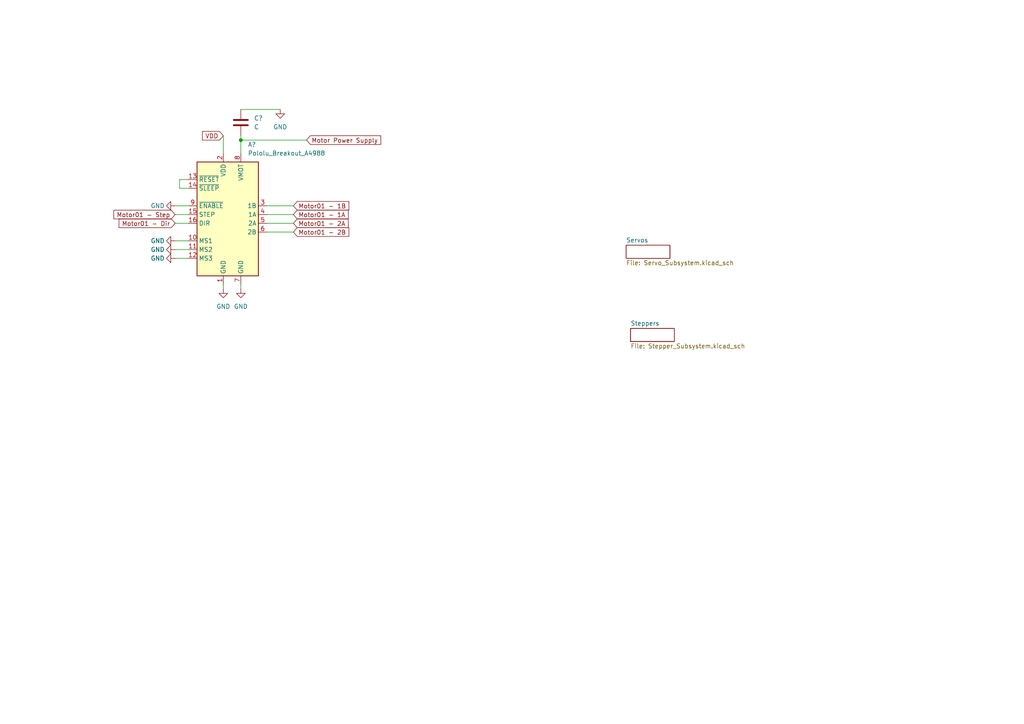
<source format=kicad_sch>
(kicad_sch (version 20211123) (generator eeschema)

  (uuid b2149177-3b2a-4b9e-b514-e30a2986643a)

  (paper "A4")

  (lib_symbols
    (symbol "Device:C" (pin_numbers hide) (pin_names (offset 0.254)) (in_bom yes) (on_board yes)
      (property "Reference" "C" (id 0) (at 0.635 2.54 0)
        (effects (font (size 1.27 1.27)) (justify left))
      )
      (property "Value" "C" (id 1) (at 0.635 -2.54 0)
        (effects (font (size 1.27 1.27)) (justify left))
      )
      (property "Footprint" "" (id 2) (at 0.9652 -3.81 0)
        (effects (font (size 1.27 1.27)) hide)
      )
      (property "Datasheet" "~" (id 3) (at 0 0 0)
        (effects (font (size 1.27 1.27)) hide)
      )
      (property "ki_keywords" "cap capacitor" (id 4) (at 0 0 0)
        (effects (font (size 1.27 1.27)) hide)
      )
      (property "ki_description" "Unpolarized capacitor" (id 5) (at 0 0 0)
        (effects (font (size 1.27 1.27)) hide)
      )
      (property "ki_fp_filters" "C_*" (id 6) (at 0 0 0)
        (effects (font (size 1.27 1.27)) hide)
      )
      (symbol "C_0_1"
        (polyline
          (pts
            (xy -2.032 -0.762)
            (xy 2.032 -0.762)
          )
          (stroke (width 0.508) (type default) (color 0 0 0 0))
          (fill (type none))
        )
        (polyline
          (pts
            (xy -2.032 0.762)
            (xy 2.032 0.762)
          )
          (stroke (width 0.508) (type default) (color 0 0 0 0))
          (fill (type none))
        )
      )
      (symbol "C_1_1"
        (pin passive line (at 0 3.81 270) (length 2.794)
          (name "~" (effects (font (size 1.27 1.27))))
          (number "1" (effects (font (size 1.27 1.27))))
        )
        (pin passive line (at 0 -3.81 90) (length 2.794)
          (name "~" (effects (font (size 1.27 1.27))))
          (number "2" (effects (font (size 1.27 1.27))))
        )
      )
    )
    (symbol "Driver_Motor:Pololu_Breakout_A4988" (in_bom yes) (on_board yes)
      (property "Reference" "A" (id 0) (at -2.54 19.05 0)
        (effects (font (size 1.27 1.27)) (justify right))
      )
      (property "Value" "Pololu_Breakout_A4988" (id 1) (at -2.54 16.51 0)
        (effects (font (size 1.27 1.27)) (justify right))
      )
      (property "Footprint" "Module:Pololu_Breakout-16_15.2x20.3mm" (id 2) (at 6.985 -19.05 0)
        (effects (font (size 1.27 1.27)) (justify left) hide)
      )
      (property "Datasheet" "https://www.pololu.com/product/2980/pictures" (id 3) (at 2.54 -7.62 0)
        (effects (font (size 1.27 1.27)) hide)
      )
      (property "ki_keywords" "Pololu Breakout Board Stepper Driver A4988" (id 4) (at 0 0 0)
        (effects (font (size 1.27 1.27)) hide)
      )
      (property "ki_description" "Pololu Breakout Board, Stepper Driver A4988" (id 5) (at 0 0 0)
        (effects (font (size 1.27 1.27)) hide)
      )
      (property "ki_fp_filters" "Pololu*Breakout*15.2x20.3mm*" (id 6) (at 0 0 0)
        (effects (font (size 1.27 1.27)) hide)
      )
      (symbol "Pololu_Breakout_A4988_0_1"
        (rectangle (start 10.16 -17.78) (end -7.62 15.24)
          (stroke (width 0.254) (type default) (color 0 0 0 0))
          (fill (type background))
        )
      )
      (symbol "Pololu_Breakout_A4988_1_1"
        (pin power_in line (at 0 -20.32 90) (length 2.54)
          (name "GND" (effects (font (size 1.27 1.27))))
          (number "1" (effects (font (size 1.27 1.27))))
        )
        (pin input line (at -10.16 -7.62 0) (length 2.54)
          (name "MS1" (effects (font (size 1.27 1.27))))
          (number "10" (effects (font (size 1.27 1.27))))
        )
        (pin input line (at -10.16 -10.16 0) (length 2.54)
          (name "MS2" (effects (font (size 1.27 1.27))))
          (number "11" (effects (font (size 1.27 1.27))))
        )
        (pin input line (at -10.16 -12.7 0) (length 2.54)
          (name "MS3" (effects (font (size 1.27 1.27))))
          (number "12" (effects (font (size 1.27 1.27))))
        )
        (pin input line (at -10.16 10.16 0) (length 2.54)
          (name "~{RESET}" (effects (font (size 1.27 1.27))))
          (number "13" (effects (font (size 1.27 1.27))))
        )
        (pin input line (at -10.16 7.62 0) (length 2.54)
          (name "~{SLEEP}" (effects (font (size 1.27 1.27))))
          (number "14" (effects (font (size 1.27 1.27))))
        )
        (pin input line (at -10.16 0 0) (length 2.54)
          (name "STEP" (effects (font (size 1.27 1.27))))
          (number "15" (effects (font (size 1.27 1.27))))
        )
        (pin input line (at -10.16 -2.54 0) (length 2.54)
          (name "DIR" (effects (font (size 1.27 1.27))))
          (number "16" (effects (font (size 1.27 1.27))))
        )
        (pin power_in line (at 0 17.78 270) (length 2.54)
          (name "VDD" (effects (font (size 1.27 1.27))))
          (number "2" (effects (font (size 1.27 1.27))))
        )
        (pin output line (at 12.7 2.54 180) (length 2.54)
          (name "1B" (effects (font (size 1.27 1.27))))
          (number "3" (effects (font (size 1.27 1.27))))
        )
        (pin output line (at 12.7 0 180) (length 2.54)
          (name "1A" (effects (font (size 1.27 1.27))))
          (number "4" (effects (font (size 1.27 1.27))))
        )
        (pin output line (at 12.7 -2.54 180) (length 2.54)
          (name "2A" (effects (font (size 1.27 1.27))))
          (number "5" (effects (font (size 1.27 1.27))))
        )
        (pin output line (at 12.7 -5.08 180) (length 2.54)
          (name "2B" (effects (font (size 1.27 1.27))))
          (number "6" (effects (font (size 1.27 1.27))))
        )
        (pin power_in line (at 5.08 -20.32 90) (length 2.54)
          (name "GND" (effects (font (size 1.27 1.27))))
          (number "7" (effects (font (size 1.27 1.27))))
        )
        (pin power_in line (at 5.08 17.78 270) (length 2.54)
          (name "VMOT" (effects (font (size 1.27 1.27))))
          (number "8" (effects (font (size 1.27 1.27))))
        )
        (pin input line (at -10.16 2.54 0) (length 2.54)
          (name "~{ENABLE}" (effects (font (size 1.27 1.27))))
          (number "9" (effects (font (size 1.27 1.27))))
        )
      )
    )
    (symbol "power:GND" (power) (pin_names (offset 0)) (in_bom yes) (on_board yes)
      (property "Reference" "#PWR" (id 0) (at 0 -6.35 0)
        (effects (font (size 1.27 1.27)) hide)
      )
      (property "Value" "GND" (id 1) (at 0 -3.81 0)
        (effects (font (size 1.27 1.27)))
      )
      (property "Footprint" "" (id 2) (at 0 0 0)
        (effects (font (size 1.27 1.27)) hide)
      )
      (property "Datasheet" "" (id 3) (at 0 0 0)
        (effects (font (size 1.27 1.27)) hide)
      )
      (property "ki_keywords" "power-flag" (id 4) (at 0 0 0)
        (effects (font (size 1.27 1.27)) hide)
      )
      (property "ki_description" "Power symbol creates a global label with name \"GND\" , ground" (id 5) (at 0 0 0)
        (effects (font (size 1.27 1.27)) hide)
      )
      (symbol "GND_0_1"
        (polyline
          (pts
            (xy 0 0)
            (xy 0 -1.27)
            (xy 1.27 -1.27)
            (xy 0 -2.54)
            (xy -1.27 -1.27)
            (xy 0 -1.27)
          )
          (stroke (width 0) (type default) (color 0 0 0 0))
          (fill (type none))
        )
      )
      (symbol "GND_1_1"
        (pin power_in line (at 0 0 270) (length 0) hide
          (name "GND" (effects (font (size 1.27 1.27))))
          (number "1" (effects (font (size 1.27 1.27))))
        )
      )
    )
  )

  (junction (at 69.85 40.64) (diameter 0) (color 0 0 0 0)
    (uuid 6debb4d1-5e28-42b9-b50a-414eb58f1d15)
  )

  (wire (pts (xy 69.85 82.55) (xy 69.85 83.82))
    (stroke (width 0) (type default) (color 0 0 0 0))
    (uuid 1afbd58d-3b91-44ea-8b9b-d5ef034f3a5f)
  )
  (wire (pts (xy 64.77 39.37) (xy 64.77 44.45))
    (stroke (width 0) (type default) (color 0 0 0 0))
    (uuid 2eef18d1-cc27-403b-8c4d-e7e22a50fc16)
  )
  (wire (pts (xy 77.47 67.31) (xy 85.09 67.31))
    (stroke (width 0) (type default) (color 0 0 0 0))
    (uuid 45c19e74-81f4-47d9-848d-93f4c653ed91)
  )
  (wire (pts (xy 52.07 54.61) (xy 54.61 54.61))
    (stroke (width 0) (type default) (color 0 0 0 0))
    (uuid 47c0f52a-2cee-4ae0-b3b8-2f6ff6fa65a9)
  )
  (wire (pts (xy 77.47 64.77) (xy 85.09 64.77))
    (stroke (width 0) (type default) (color 0 0 0 0))
    (uuid 48cc781d-2e06-4da4-8e04-ee2600ff881e)
  )
  (wire (pts (xy 50.8 64.77) (xy 54.61 64.77))
    (stroke (width 0) (type default) (color 0 0 0 0))
    (uuid 628f5c61-47d6-4078-99e7-bd5efa63e3e6)
  )
  (wire (pts (xy 69.85 40.64) (xy 88.9 40.64))
    (stroke (width 0) (type default) (color 0 0 0 0))
    (uuid 6b5aaa8c-fb22-48ab-a0d3-b30337b17ff7)
  )
  (wire (pts (xy 54.61 52.07) (xy 52.07 52.07))
    (stroke (width 0) (type default) (color 0 0 0 0))
    (uuid 6def0e84-11b2-48f2-9c22-b1d668f884a1)
  )
  (wire (pts (xy 50.8 69.85) (xy 54.61 69.85))
    (stroke (width 0) (type default) (color 0 0 0 0))
    (uuid 7c9f9b85-95fa-48c2-b117-e70c24bcf0c2)
  )
  (wire (pts (xy 64.77 82.55) (xy 64.77 83.82))
    (stroke (width 0) (type default) (color 0 0 0 0))
    (uuid 8147ac5e-3da5-4d08-bb9c-ac0f1dbc3668)
  )
  (wire (pts (xy 50.8 74.93) (xy 54.61 74.93))
    (stroke (width 0) (type default) (color 0 0 0 0))
    (uuid 8937257f-e92d-4a9a-b97b-399f334c4547)
  )
  (wire (pts (xy 77.47 59.69) (xy 85.09 59.69))
    (stroke (width 0) (type default) (color 0 0 0 0))
    (uuid 8e521d3d-dff4-4d36-a5b2-1f212e79b07b)
  )
  (wire (pts (xy 52.07 52.07) (xy 52.07 54.61))
    (stroke (width 0) (type default) (color 0 0 0 0))
    (uuid a7d35ed1-7e61-42e1-92ad-9c70075a2af7)
  )
  (wire (pts (xy 77.47 62.23) (xy 85.09 62.23))
    (stroke (width 0) (type default) (color 0 0 0 0))
    (uuid abac1521-7175-48ae-9bea-63d5b62ed361)
  )
  (wire (pts (xy 50.8 72.39) (xy 54.61 72.39))
    (stroke (width 0) (type default) (color 0 0 0 0))
    (uuid b3396f48-44c3-4f5b-85a6-c8146dc725ad)
  )
  (wire (pts (xy 69.85 39.37) (xy 69.85 40.64))
    (stroke (width 0) (type default) (color 0 0 0 0))
    (uuid b7194675-faad-4f94-8ba5-ba2a2be0422e)
  )
  (wire (pts (xy 69.85 40.64) (xy 69.85 44.45))
    (stroke (width 0) (type default) (color 0 0 0 0))
    (uuid c6e99aef-4400-46e9-a1f7-bc3c1aedbbc5)
  )
  (wire (pts (xy 50.8 62.23) (xy 54.61 62.23))
    (stroke (width 0) (type default) (color 0 0 0 0))
    (uuid d8854042-8034-4612-9cb6-0b52413ceaf1)
  )
  (wire (pts (xy 50.8 59.69) (xy 54.61 59.69))
    (stroke (width 0) (type default) (color 0 0 0 0))
    (uuid ecbfde24-454b-42db-9d05-35fdac018253)
  )
  (wire (pts (xy 69.85 31.75) (xy 81.28 31.75))
    (stroke (width 0) (type default) (color 0 0 0 0))
    (uuid efcbc8ec-b6bc-414b-b836-0e2626ea3ce1)
  )

  (global_label "Motor01 - Dir" (shape input) (at 50.8 64.77 180) (fields_autoplaced)
    (effects (font (size 1.27 1.27)) (justify right))
    (uuid 03b60be0-6762-477f-a541-7b5f8c7792e2)
    (property "Intersheet References" "${INTERSHEET_REFS}" (id 0) (at 34.5379 64.8494 0)
      (effects (font (size 1.27 1.27)) (justify right) hide)
    )
  )
  (global_label "Motor01 - 2A" (shape input) (at 85.09 64.77 0) (fields_autoplaced)
    (effects (font (size 1.27 1.27)) (justify left))
    (uuid 132ad8cf-7925-470b-a502-b7c66bd16544)
    (property "Intersheet References" "${INTERSHEET_REFS}" (id 0) (at 100.9893 64.6906 0)
      (effects (font (size 1.27 1.27)) (justify left) hide)
    )
  )
  (global_label "Motor01 - 1B" (shape input) (at 85.09 59.69 0) (fields_autoplaced)
    (effects (font (size 1.27 1.27)) (justify left))
    (uuid 2c7b471f-fd16-4cb6-862b-f10004e435f2)
    (property "Intersheet References" "${INTERSHEET_REFS}" (id 0) (at 101.1707 59.6106 0)
      (effects (font (size 1.27 1.27)) (justify left) hide)
    )
  )
  (global_label "Motor01 - 1A" (shape input) (at 85.09 62.23 0) (fields_autoplaced)
    (effects (font (size 1.27 1.27)) (justify left))
    (uuid 812a9c49-c5f4-49f9-b69c-950509a08439)
    (property "Intersheet References" "${INTERSHEET_REFS}" (id 0) (at 100.9893 62.1506 0)
      (effects (font (size 1.27 1.27)) (justify left) hide)
    )
  )
  (global_label "VDD" (shape input) (at 64.77 39.37 180) (fields_autoplaced)
    (effects (font (size 1.27 1.27)) (justify right))
    (uuid 84759ef4-0b60-4178-8028-487a9c9e4b36)
    (property "Intersheet References" "${INTERSHEET_REFS}" (id 0) (at 58.7283 39.4494 0)
      (effects (font (size 1.27 1.27)) (justify right) hide)
    )
  )
  (global_label "Motor Power Supply" (shape input) (at 88.9 40.64 0) (fields_autoplaced)
    (effects (font (size 1.27 1.27)) (justify left))
    (uuid 9ea69d7d-bd37-40d2-b74d-e1b06102b4f0)
    (property "Intersheet References" "${INTERSHEET_REFS}" (id 0) (at 110.4236 40.5606 0)
      (effects (font (size 1.27 1.27)) (justify left) hide)
    )
  )
  (global_label "Motor01 - 2B" (shape input) (at 85.09 67.31 0) (fields_autoplaced)
    (effects (font (size 1.27 1.27)) (justify left))
    (uuid ab83e740-7232-437c-bdf6-4ca0f7ef28a2)
    (property "Intersheet References" "${INTERSHEET_REFS}" (id 0) (at 101.1707 67.2306 0)
      (effects (font (size 1.27 1.27)) (justify left) hide)
    )
  )
  (global_label "Motor01 - Step" (shape input) (at 50.8 62.23 180) (fields_autoplaced)
    (effects (font (size 1.27 1.27)) (justify right))
    (uuid eaaefa3a-917f-4f55-9d0f-996bed04ae42)
    (property "Intersheet References" "${INTERSHEET_REFS}" (id 0) (at 33.0259 62.3094 0)
      (effects (font (size 1.27 1.27)) (justify right) hide)
    )
  )

  (symbol (lib_id "Device:C") (at 69.85 35.56 0) (unit 1)
    (in_bom yes) (on_board yes) (fields_autoplaced)
    (uuid 043dcf4c-3e33-4ceb-9804-d81f248d3ffc)
    (property "Reference" "C?" (id 0) (at 73.66 34.2899 0)
      (effects (font (size 1.27 1.27)) (justify left))
    )
    (property "Value" "C" (id 1) (at 73.66 36.8299 0)
      (effects (font (size 1.27 1.27)) (justify left))
    )
    (property "Footprint" "" (id 2) (at 70.8152 39.37 0)
      (effects (font (size 1.27 1.27)) hide)
    )
    (property "Datasheet" "~" (id 3) (at 69.85 35.56 0)
      (effects (font (size 1.27 1.27)) hide)
    )
    (pin "1" (uuid cdbc45ff-a024-4565-9945-34c5d7d513e3))
    (pin "2" (uuid 2dead103-9fb3-42d6-a693-6edc010cb727))
  )

  (symbol (lib_id "power:GND") (at 64.77 83.82 0) (unit 1)
    (in_bom yes) (on_board yes) (fields_autoplaced)
    (uuid 440706a6-25af-4a92-820a-52dcfa77946b)
    (property "Reference" "#PWR?" (id 0) (at 64.77 90.17 0)
      (effects (font (size 1.27 1.27)) hide)
    )
    (property "Value" "GND" (id 1) (at 64.77 88.9 0))
    (property "Footprint" "" (id 2) (at 64.77 83.82 0)
      (effects (font (size 1.27 1.27)) hide)
    )
    (property "Datasheet" "" (id 3) (at 64.77 83.82 0)
      (effects (font (size 1.27 1.27)) hide)
    )
    (pin "1" (uuid 2c54a281-5336-485a-8ceb-88f1e1927b8f))
  )

  (symbol (lib_id "power:GND") (at 69.85 83.82 0) (unit 1)
    (in_bom yes) (on_board yes) (fields_autoplaced)
    (uuid 54c2adfa-e0b1-4c0b-b409-98207e899d3d)
    (property "Reference" "#PWR?" (id 0) (at 69.85 90.17 0)
      (effects (font (size 1.27 1.27)) hide)
    )
    (property "Value" "GND" (id 1) (at 69.85 88.9 0))
    (property "Footprint" "" (id 2) (at 69.85 83.82 0)
      (effects (font (size 1.27 1.27)) hide)
    )
    (property "Datasheet" "" (id 3) (at 69.85 83.82 0)
      (effects (font (size 1.27 1.27)) hide)
    )
    (pin "1" (uuid 557a0e99-427e-421a-971a-2446e65dc549))
  )

  (symbol (lib_id "power:GND") (at 50.8 69.85 270) (unit 1)
    (in_bom yes) (on_board yes)
    (uuid 56093914-1f9b-4c8b-b26d-47ce1a615b88)
    (property "Reference" "#PWR?" (id 0) (at 44.45 69.85 0)
      (effects (font (size 1.27 1.27)) hide)
    )
    (property "Value" "GND" (id 1) (at 45.72 69.85 90))
    (property "Footprint" "" (id 2) (at 50.8 69.85 0)
      (effects (font (size 1.27 1.27)) hide)
    )
    (property "Datasheet" "" (id 3) (at 50.8 69.85 0)
      (effects (font (size 1.27 1.27)) hide)
    )
    (pin "1" (uuid 975c37fe-d244-4dac-94a8-252769f9f2f1))
  )

  (symbol (lib_id "power:GND") (at 50.8 74.93 270) (unit 1)
    (in_bom yes) (on_board yes)
    (uuid 7a063efa-af86-4df8-9a23-9ba21834f1be)
    (property "Reference" "#PWR?" (id 0) (at 44.45 74.93 0)
      (effects (font (size 1.27 1.27)) hide)
    )
    (property "Value" "GND" (id 1) (at 45.72 74.93 90))
    (property "Footprint" "" (id 2) (at 50.8 74.93 0)
      (effects (font (size 1.27 1.27)) hide)
    )
    (property "Datasheet" "" (id 3) (at 50.8 74.93 0)
      (effects (font (size 1.27 1.27)) hide)
    )
    (pin "1" (uuid 1903fce2-1d43-4baa-8eec-659d155eed4a))
  )

  (symbol (lib_id "Driver_Motor:Pololu_Breakout_A4988") (at 64.77 62.23 0) (unit 1)
    (in_bom yes) (on_board yes) (fields_autoplaced)
    (uuid b2a6e1d0-4ea8-401b-8a2f-9436243bd64d)
    (property "Reference" "A?" (id 0) (at 71.8694 41.91 0)
      (effects (font (size 1.27 1.27)) (justify left))
    )
    (property "Value" "Pololu_Breakout_A4988" (id 1) (at 71.8694 44.45 0)
      (effects (font (size 1.27 1.27)) (justify left))
    )
    (property "Footprint" "Module:Pololu_Breakout-16_15.2x20.3mm" (id 2) (at 71.755 81.28 0)
      (effects (font (size 1.27 1.27)) (justify left) hide)
    )
    (property "Datasheet" "https://www.pololu.com/product/2980/pictures" (id 3) (at 67.31 69.85 0)
      (effects (font (size 1.27 1.27)) hide)
    )
    (pin "1" (uuid b420bc71-dbe3-4b9e-81d7-40fbdb36e21f))
    (pin "10" (uuid 6260c66e-62db-42c0-8a71-3baa74cceaff))
    (pin "11" (uuid 0263b2d8-5d87-41cb-a81f-08a16c01a935))
    (pin "12" (uuid b42c8813-a358-49ef-a7a9-ea5717ebc6fe))
    (pin "13" (uuid a4c640ec-32f0-4c9e-bf49-4c45b0149f2b))
    (pin "14" (uuid d696cfc8-ceab-4220-8a90-9f7c4a700714))
    (pin "15" (uuid 7d5d2585-bdb6-4c1d-b497-eefe4c2df335))
    (pin "16" (uuid 9dc8c93c-6d13-43a5-95b6-274277b4ee00))
    (pin "2" (uuid 283ead49-3928-4a60-9379-3808eea2c6f6))
    (pin "3" (uuid c1104431-b42b-41af-8574-7e6a7fe70f30))
    (pin "4" (uuid b3da5d39-bcf2-41d3-aee9-1a56600fe9fd))
    (pin "5" (uuid 8d3832b7-ef4b-4103-9f54-631049cfec02))
    (pin "6" (uuid 31427aa8-6f66-4ac9-a1f0-1add88de4454))
    (pin "7" (uuid 06d19d00-5504-4236-93a7-acb79d5bf511))
    (pin "8" (uuid 2f8774e9-3684-405d-bc09-ad1e0fb1e657))
    (pin "9" (uuid d2a655c7-ec6d-417d-9acb-242f13c00204))
  )

  (symbol (lib_id "power:GND") (at 81.28 31.75 0) (unit 1)
    (in_bom yes) (on_board yes)
    (uuid b574a0cd-24ed-483b-a7f0-bcd4d8db308b)
    (property "Reference" "#PWR?" (id 0) (at 81.28 38.1 0)
      (effects (font (size 1.27 1.27)) hide)
    )
    (property "Value" "GND" (id 1) (at 81.28 36.83 0))
    (property "Footprint" "" (id 2) (at 81.28 31.75 0)
      (effects (font (size 1.27 1.27)) hide)
    )
    (property "Datasheet" "" (id 3) (at 81.28 31.75 0)
      (effects (font (size 1.27 1.27)) hide)
    )
    (pin "1" (uuid 7294bba8-e7db-4a5b-ac3e-f19cc94c6ec8))
  )

  (symbol (lib_id "power:GND") (at 50.8 72.39 270) (unit 1)
    (in_bom yes) (on_board yes)
    (uuid ca875b7b-a35d-4410-a670-1a3d8f506ee1)
    (property "Reference" "#PWR?" (id 0) (at 44.45 72.39 0)
      (effects (font (size 1.27 1.27)) hide)
    )
    (property "Value" "GND" (id 1) (at 45.72 72.39 90))
    (property "Footprint" "" (id 2) (at 50.8 72.39 0)
      (effects (font (size 1.27 1.27)) hide)
    )
    (property "Datasheet" "" (id 3) (at 50.8 72.39 0)
      (effects (font (size 1.27 1.27)) hide)
    )
    (pin "1" (uuid ac8988a8-26a8-4929-9226-fca7fef02a4a))
  )

  (symbol (lib_id "power:GND") (at 50.8 59.69 270) (unit 1)
    (in_bom yes) (on_board yes)
    (uuid d1face9a-32aa-4b0c-962c-4a10a0aa697f)
    (property "Reference" "#PWR?" (id 0) (at 44.45 59.69 0)
      (effects (font (size 1.27 1.27)) hide)
    )
    (property "Value" "GND" (id 1) (at 45.72 59.69 90))
    (property "Footprint" "" (id 2) (at 50.8 59.69 0)
      (effects (font (size 1.27 1.27)) hide)
    )
    (property "Datasheet" "" (id 3) (at 50.8 59.69 0)
      (effects (font (size 1.27 1.27)) hide)
    )
    (pin "1" (uuid cc12c45b-5f55-4687-b67d-06bfcf740cc5))
  )

  (sheet (at 181.61 71.12) (size 12.7 3.81) (fields_autoplaced)
    (stroke (width 0.1524) (type solid) (color 0 0 0 0))
    (fill (color 0 0 0 0.0000))
    (uuid 7c243984-32cb-4db8-bd8b-993b49c144a7)
    (property "Sheet name" "Servos" (id 0) (at 181.61 70.4084 0)
      (effects (font (size 1.27 1.27)) (justify left bottom))
    )
    (property "Sheet file" "Servo_Subsystem.kicad_sch" (id 1) (at 181.61 75.5146 0)
      (effects (font (size 1.27 1.27)) (justify left top))
    )
  )

  (sheet (at 182.88 95.25) (size 12.7 3.81) (fields_autoplaced)
    (stroke (width 0.1524) (type solid) (color 0 0 0 0))
    (fill (color 0 0 0 0.0000))
    (uuid af2a0060-821f-482f-bdb1-792fb2d8baac)
    (property "Sheet name" "Steppers" (id 0) (at 182.88 94.5384 0)
      (effects (font (size 1.27 1.27)) (justify left bottom))
    )
    (property "Sheet file" "Stepper_Subsystem.kicad_sch" (id 1) (at 182.88 99.6446 0)
      (effects (font (size 1.27 1.27)) (justify left top))
    )
  )

  (sheet_instances
    (path "/" (page "1"))
  )

  (symbol_instances
    (path "/440706a6-25af-4a92-820a-52dcfa77946b"
      (reference "#PWR?") (unit 1) (value "GND") (footprint "")
    )
    (path "/54c2adfa-e0b1-4c0b-b409-98207e899d3d"
      (reference "#PWR?") (unit 1) (value "GND") (footprint "")
    )
    (path "/56093914-1f9b-4c8b-b26d-47ce1a615b88"
      (reference "#PWR?") (unit 1) (value "GND") (footprint "")
    )
    (path "/7a063efa-af86-4df8-9a23-9ba21834f1be"
      (reference "#PWR?") (unit 1) (value "GND") (footprint "")
    )
    (path "/b574a0cd-24ed-483b-a7f0-bcd4d8db308b"
      (reference "#PWR?") (unit 1) (value "GND") (footprint "")
    )
    (path "/ca875b7b-a35d-4410-a670-1a3d8f506ee1"
      (reference "#PWR?") (unit 1) (value "GND") (footprint "")
    )
    (path "/d1face9a-32aa-4b0c-962c-4a10a0aa697f"
      (reference "#PWR?") (unit 1) (value "GND") (footprint "")
    )
    (path "/b2a6e1d0-4ea8-401b-8a2f-9436243bd64d"
      (reference "A?") (unit 1) (value "Pololu_Breakout_A4988") (footprint "Module:Pololu_Breakout-16_15.2x20.3mm")
    )
    (path "/043dcf4c-3e33-4ceb-9804-d81f248d3ffc"
      (reference "C?") (unit 1) (value "C") (footprint "")
    )
  )
)

</source>
